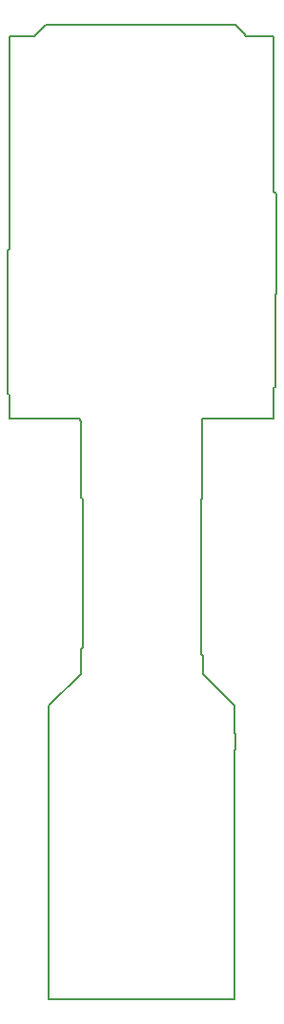
<source format=gm1>
G04 #@! TF.FileFunction,Profile,NP*
%FSLAX46Y46*%
G04 Gerber Fmt 4.6, Leading zero omitted, Abs format (unit mm)*
G04 Created by KiCad (PCBNEW 4.0.7) date 06/01/18 18:40:32*
%MOMM*%
%LPD*%
G01*
G04 APERTURE LIST*
%ADD10C,0.100000*%
%ADD11C,0.150000*%
G04 APERTURE END LIST*
D10*
D11*
X47540000Y-30000000D02*
X47350000Y-29810000D01*
X47550000Y-30000000D02*
X47540000Y-30000000D01*
X50000000Y-30000000D02*
X47550000Y-30000000D01*
X46580000Y-29040000D02*
X47350000Y-29810000D01*
X29720000Y-29040000D02*
X46580000Y-29040000D01*
X28760000Y-30000000D02*
X29720000Y-29040000D01*
X26500000Y-30000000D02*
X28760000Y-30000000D01*
X43500000Y-71175000D02*
X43500000Y-84850000D01*
X50000000Y-64000000D02*
X50000000Y-61275000D01*
X43600000Y-64000000D02*
X50000000Y-64000000D01*
X43600000Y-71075000D02*
X43600000Y-64000000D01*
X43500000Y-71175000D02*
X43600000Y-71075000D01*
X50000000Y-43800000D02*
X50000000Y-30000000D01*
X50225000Y-44025000D02*
X50000000Y-43800000D01*
X50225000Y-52850000D02*
X50225000Y-44025000D01*
X50125000Y-52950000D02*
X50225000Y-52850000D01*
X50125000Y-61150000D02*
X50125000Y-52950000D01*
X50100000Y-61175000D02*
X50125000Y-61150000D01*
X50000000Y-61275000D02*
X50100000Y-61175000D01*
X26500000Y-64000000D02*
X26500000Y-61900000D01*
X26500000Y-48900000D02*
X26500000Y-30000000D01*
X26350000Y-49050000D02*
X26500000Y-48900000D01*
X26350000Y-61750000D02*
X26350000Y-49050000D01*
X26500000Y-61900000D02*
X26350000Y-61750000D01*
X33000000Y-71125000D02*
X33000000Y-83000000D01*
X32700000Y-64000000D02*
X30000000Y-64000000D01*
X32900000Y-71025000D02*
X33000000Y-71125000D01*
X32900000Y-64200000D02*
X32900000Y-71025000D01*
X32700000Y-64000000D02*
X32900000Y-64200000D01*
X46500000Y-93460000D02*
X46500000Y-115500000D01*
X46600000Y-93360000D02*
X46500000Y-93460000D01*
X46500000Y-91940000D02*
X46500000Y-89500000D01*
X46600000Y-92040000D02*
X46600000Y-93360000D01*
X46560000Y-92000000D02*
X46600000Y-92040000D01*
X46500000Y-91940000D02*
X46560000Y-92000000D01*
X33000000Y-84330000D02*
X33000000Y-83000000D01*
X30000000Y-89500000D02*
X32860000Y-86640000D01*
X32860000Y-84470000D02*
X33000000Y-84330000D01*
X32860000Y-86640000D02*
X32860000Y-84470000D01*
X43670000Y-86670000D02*
X46500000Y-89500000D01*
X43670000Y-85020000D02*
X43500000Y-84850000D01*
X43670000Y-86670000D02*
X43670000Y-85020000D01*
X46500000Y-64000000D02*
X50000000Y-64000000D01*
X26500000Y-64000000D02*
X30000000Y-64000000D01*
X30000000Y-115500000D02*
X46500000Y-115500000D01*
X30000000Y-89500000D02*
X30000000Y-115500000D01*
M02*

</source>
